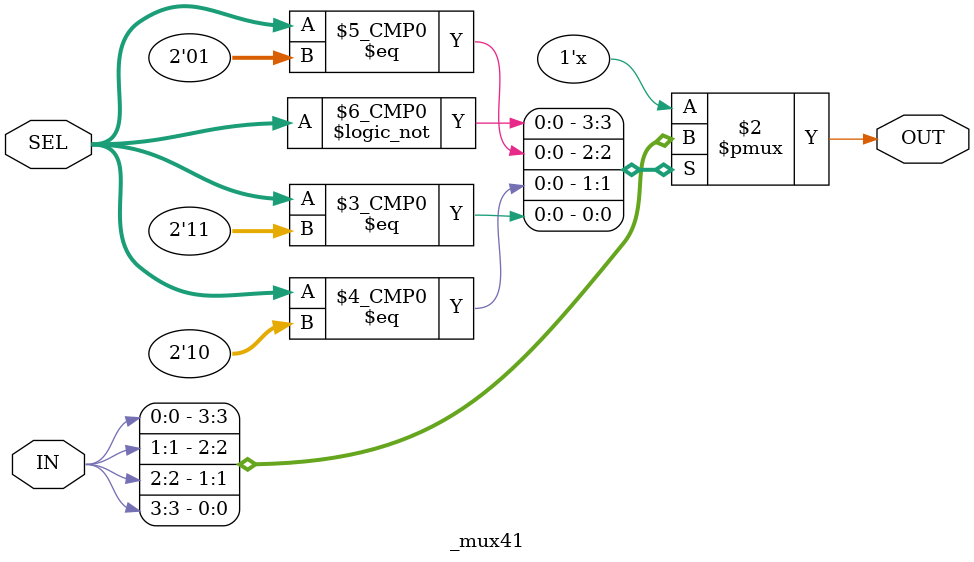
<source format=v>
module _mux41(IN,SEL,OUT);
	input [3:0]IN;
	input [1:0]SEL;
	output OUT;
	reg OUT;
	
	always@(IN or SEL)
//		OUT = SEL[0] ? (SEL[1] ? IN[3]:IN[1]) :
//							(SEL[1] ? IN[2]:IN[0]);
		case(SEL)
			2'b00: OUT = IN[0];
			2'b01: OUT = IN[1];
			2'b10: OUT = IN[2];
			2'b11: OUT = IN[2'b11];
			default: OUT = 1'bZ;
		endcase



//		if(SEL[0])
//			if(SEL[1])
//				OUT = IN[3];
//			else
//				OUT = IN[1];
//		else
//			if(SEL[1])
//				OUT = IN[2];
//			else
//				OUT = IN[0];
		
		
		
		
	
//	always@(IN or SEL)
//		OUT = SEL[0] ? (SEL[1] ? IN[3]:IN[1]) :
//								 (SEL[1] ? IN[2]:IN[0]);
//	
//	assign OUT = SEL[0] ? (SEL[1] ? IN[3]:IN[1]) :
//								 (SEL[1] ? IN[2]:IN[0]);
	
//	assign OUT = SEL[1] ? (SEL[0] ? IN[3]:IN[2]) :
//								 (SEL[0] ? IN[1]:IN[0]);
//	
//	assign OUT = ~SEL[1] ? (~SEL[0] ? IN[0]:IN[1]) :
//								  (~SEL[0] ? IN[2]:IN[3]);
	
//	assign OUT = 	(SEL == 2'b00) ? IN[0]:
//						(SEL == 2'b01) ? IN[1]:
//						(SEL == 2'b10) ? IN[2]:IN[3];
	
endmodule

	
</source>
